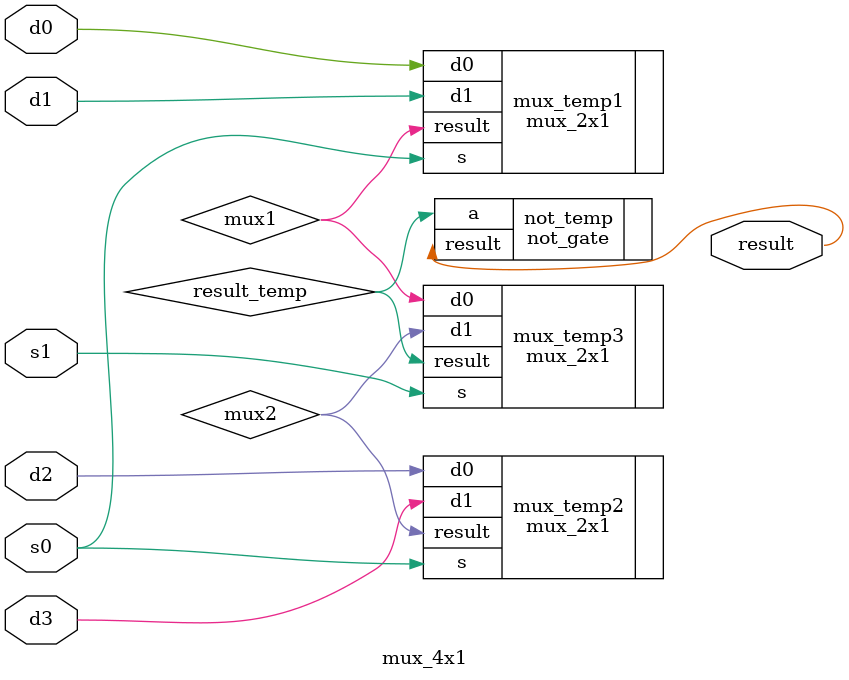
<source format=v>
`include "../2x1mux/2x1mux.v"

module mux_4x1(input d0, input d1, input d2, input d3, input s0, input s1, output result);

	wire mux1;
	wire mux2;
	wire result_temp;

	mux_2x1 mux_temp1(
		.d0(d0),
		.d1(d1),
		.s(s0),
		.result(mux1)
	);

	mux_2x1 mux_temp2(
		.d0(d2),
		.d1(d3),
		.s(s0),
		.result(mux2)
	);

	mux_2x1 mux_temp3(
		.d0(mux1),
		.d1(mux2),
		.s(s1),
		.result(result_temp)
	);

	not_gate not_temp(
		.a(result_temp),
		.result(result)
	);

endmodule
</source>
